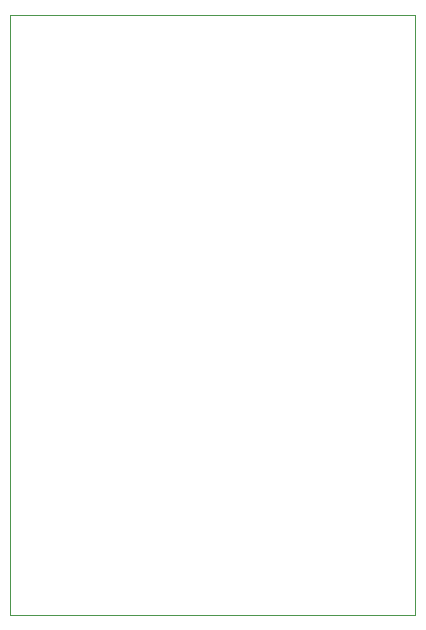
<source format=gbr>
%TF.GenerationSoftware,KiCad,Pcbnew,(5.1.8)-1*%
%TF.CreationDate,2024-06-17T18:48:40+03:00*%
%TF.ProjectId,STACK16,53544143-4b31-4362-9e6b-696361645f70,rev?*%
%TF.SameCoordinates,Original*%
%TF.FileFunction,Profile,NP*%
%FSLAX46Y46*%
G04 Gerber Fmt 4.6, Leading zero omitted, Abs format (unit mm)*
G04 Created by KiCad (PCBNEW (5.1.8)-1) date 2024-06-17 18:48:40*
%MOMM*%
%LPD*%
G01*
G04 APERTURE LIST*
%TA.AperFunction,Profile*%
%ADD10C,0.050000*%
%TD*%
G04 APERTURE END LIST*
D10*
X48260000Y-76200000D02*
X48260000Y-25400000D01*
X82550000Y-76200000D02*
X48260000Y-76200000D01*
X82550000Y-25400000D02*
X82550000Y-76200000D01*
X48260000Y-25400000D02*
X82550000Y-25400000D01*
M02*

</source>
